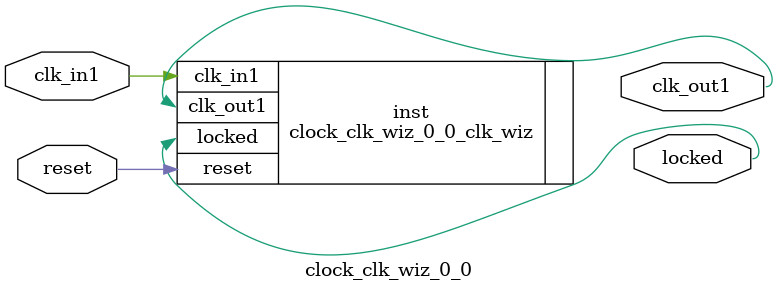
<source format=v>


`timescale 1ps/1ps

(* CORE_GENERATION_INFO = "clock_clk_wiz_0_0,clk_wiz_v6_0_12_0_0,{component_name=clock_clk_wiz_0_0,use_phase_alignment=true,use_min_o_jitter=false,use_max_i_jitter=false,use_dyn_phase_shift=false,use_inclk_switchover=false,use_dyn_reconfig=false,enable_axi=0,feedback_source=FDBK_AUTO,PRIMITIVE=MMCM,num_out_clk=1,clkin1_period=8.000,clkin2_period=10.000,use_power_down=false,use_reset=true,use_locked=true,use_inclk_stopped=false,feedback_type=SINGLE,CLOCK_MGR_TYPE=NA,manual_override=false}" *)

module clock_clk_wiz_0_0 
 (
  // Clock out ports
  output        clk_out1,
  // Status and control signals
  input         reset,
  output        locked,
 // Clock in ports
  input         clk_in1
 );

  clock_clk_wiz_0_0_clk_wiz inst
  (
  // Clock out ports  
  .clk_out1(clk_out1),
  // Status and control signals               
  .reset(reset), 
  .locked(locked),
 // Clock in ports
  .clk_in1(clk_in1)
  );

endmodule

</source>
